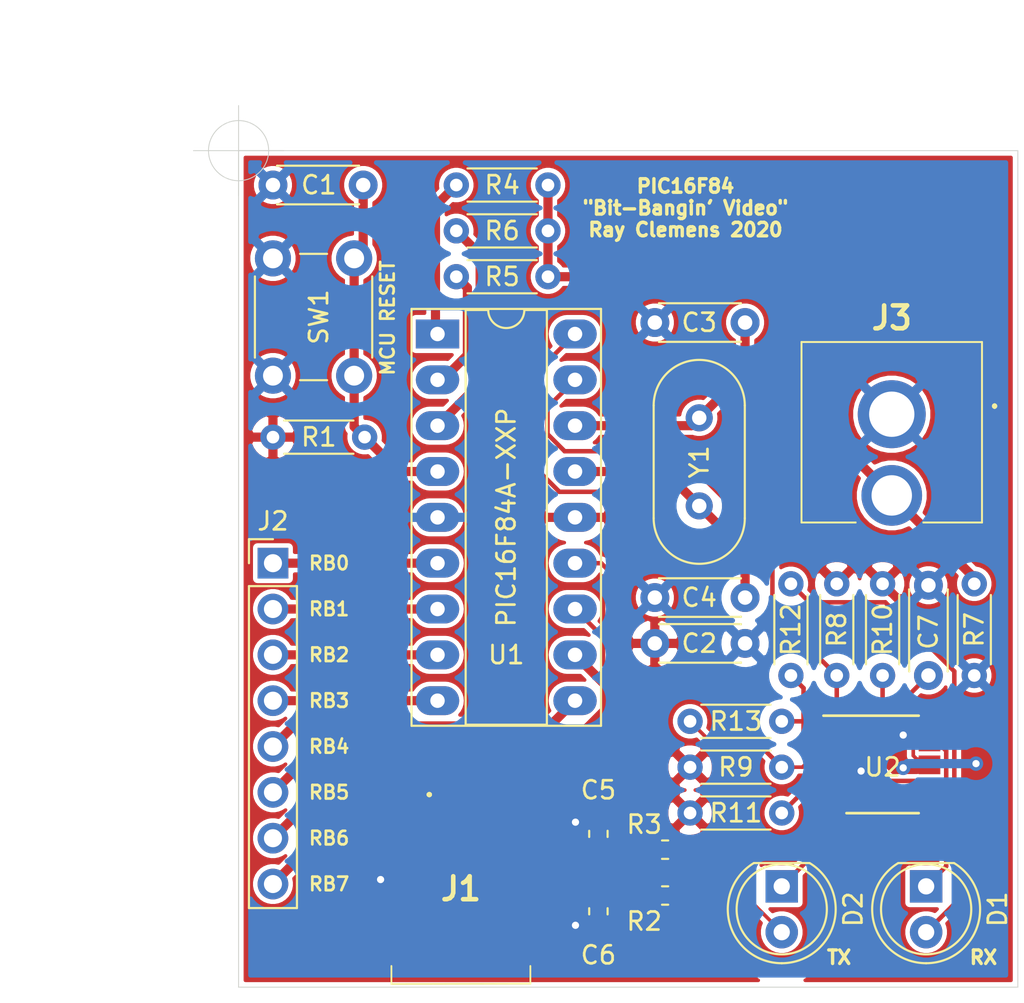
<source format=kicad_pcb>
(kicad_pcb (version 20171130) (host pcbnew "(5.1.6)-1")
  (layers (0 F.Cu signal) (31 B.Cu signal) (34 B.Paste user) (35 F.Paste user) (36 B.SilkS user) (37 F.SilkS user) (38 B.Mask user) (39 F.Mask user) (44 Edge.Cuts user))
  (net 0 "")
  (net 1 GND)
  (net 2 "Net-(C1-Pad1)")
  (net 3 +5V)
  (net 4 "Net-(C3-Pad1)")
  (net 5 "Net-(C4-Pad1)")
  (net 6 "Net-(C7-Pad1)")
  (net 7 "Net-(D1-Pad2)")
  (net 8 "Net-(D1-Pad1)")
  (net 9 "Net-(D2-Pad2)")
  (net 10 "Net-(D2-Pad1)")
  (net 11 "Net-(J1-Pad4)")
  (net 12 "Net-(J2-Pad8)")
  (net 13 "Net-(J2-Pad7)")
  (net 14 "Net-(J2-Pad6)")
  (net 15 "Net-(J2-Pad5)")
  (net 16 "Net-(J2-Pad4)")
  (net 17 "Net-(J2-Pad3)")
  (net 18 "Net-(J2-Pad2)")
  (net 19 "Net-(J2-Pad1)")
  (net 20 "Net-(J3-Pad2)")
  (net 21 "Net-(R4-Pad2)")
  (net 22 "Net-(R5-Pad2)")
  (net 23 "Net-(R6-Pad2)")
  (net 24 /TX)
  (net 25 /RX)
  (net 26 "Net-(R10-Pad1)")
  (net 27 "Net-(R11-Pad1)")
  (net 28 "Net-(U2-Pad16)")
  (net 29 "Net-(U2-Pad15)")
  (net 30 /D_P)
  (net 31 /D_N)
  (net 32 /DR_N)
  (net 33 /DR_P)
  (module SamacSys_Parts:10033526N3222MLF (layer F.Cu) (at 118.364 113.665)
    (fp_text reference J1 (at 0 -2.275) (layer F.SilkS) (effects (font (size 1.27 1.27) (thickness 0.254))))
    (fp_text value 10033526-N3222MLF hide)
    (fp_line (start -1.8 -7.5) (end -1.8 -7.5) (layer F.SilkS) (width 0.2))
    (fp_line (start -1.7 -7.5) (end -1.7 -7.5) (layer F.SilkS) (width 0.2))
    (fp_line (start -1.8 -7.5) (end -1.8 -7.5) (layer F.SilkS) (width 0.2))
    (fp_line (start 3.85 2.98) (end 3.85 2) (layer F.SilkS) (width 0.1))
    (fp_line (start -3.85 3) (end 3.85 2.98) (layer F.SilkS) (width 0.1))
    (fp_line (start -3.85 2) (end -3.85 3) (layer F.SilkS) (width 0.1))
    (fp_arc (start -1.75 -7.5) (end -1.8 -7.5) (angle -180) (layer F.SilkS) (width 0.2))
    (fp_arc (start -1.75 -7.5) (end -1.7 -7.5) (angle -180) (layer F.SilkS) (width 0.2))
    (fp_arc (start -1.75 -7.5) (end -1.8 -7.5) (angle -180) (layer F.SilkS) (width 0.2))
    (pad MP4 smd rect (at 4.45 -5.42) (size 2 2.5) (layers F.Cu F.Paste F.Mask) (net 1 GND))
    (pad MP3 smd rect (at 4.45 0) (size 2 2.5) (layers F.Cu F.Paste F.Mask) (net 1 GND))
    (pad MP2 smd rect (at -4.45 0) (size 2 2.5) (layers F.Cu F.Paste F.Mask) (net 1 GND))
    (pad MP1 smd rect (at -4.45 -5.42) (size 2 2.5) (layers F.Cu F.Paste F.Mask) (net 1 GND))
    (pad 5 smd rect (at 1.6 -5.545) (size 0.5 2.25) (layers F.Cu F.Paste F.Mask) (net 1 GND))
    (pad 4 smd rect (at 0.8 -5.545) (size 0.5 2.25) (layers F.Cu F.Paste F.Mask) (net 11 "Net-(J1-Pad4)"))
    (pad 3 smd rect (at 0 -5.545) (size 0.5 2.25) (layers F.Cu F.Paste F.Mask) (net 30 /D_P))
    (pad 2 smd rect (at -0.8 -5.545) (size 0.5 2.25) (layers F.Cu F.Paste F.Mask) (net 31 /D_N))
    (pad 1 smd rect (at -1.6 -5.545) (size 0.5 2.25) (layers F.Cu F.Paste F.Mask) (net 3 +5V))
  )
  (module Button_Switch_THT:SW_PUSH_6mm (layer F.Cu) (at 107.95 82.954 90)
    (fp_text reference SW1 (at 3.25 2.54 90) (layer F.SilkS))
    (fp_text value SW_Push)
    (fp_line (start 6.75 3) (end 6.75 1.5) (layer F.SilkS) (width 0.12))
    (fp_line (start 5.5 -1) (end 1 -1) (layer F.SilkS) (width 0.12))
    (fp_line (start -0.25 1.5) (end -0.25 3) (layer F.SilkS) (width 0.12))
    (fp_line (start 1 5.5) (end 5.5 5.5) (layer F.SilkS) (width 0.12))
    (pad 1 thru_hole circle (at 6.5 0 180) (size 2 2) (drill 1.1) (layers *.Cu *.Mask) (net 1 GND))
    (pad 2 thru_hole circle (at 6.5 4.5 180) (size 2 2) (drill 1.1) (layers *.Cu *.Mask) (net 2 "Net-(C1-Pad1)"))
    (pad 1 thru_hole circle (at 0 0 180) (size 2 2) (drill 1.1) (layers *.Cu *.Mask) (net 1 GND))
    (pad 2 thru_hole circle (at 0 4.5 180) (size 2 2) (drill 1.1) (layers *.Cu *.Mask) (net 2 "Net-(C1-Pad1)"))
  )
  (module Crystal:Crystal_HC49-U_Vertical (layer F.Cu) (at 131.572 85.29 270)
    (fp_text reference Y1 (at 2.44 0 90) (layer F.SilkS))
    (fp_text value Crystal)
    (fp_line (start -0.685 2.525) (end 5.565 2.525) (layer F.SilkS) (width 0.12))
    (fp_line (start -0.685 -2.525) (end 5.565 -2.525) (layer F.SilkS) (width 0.12))
    (fp_arc (start 5.565 0) (end 5.565 -2.525) (angle 180) (layer F.SilkS) (width 0.12))
    (fp_arc (start -0.685 0) (end -0.685 -2.525) (angle -180) (layer F.SilkS) (width 0.12))
    (pad 2 thru_hole circle (at 4.88 0 270) (size 1.5 1.5) (drill 0.8) (layers *.Cu *.Mask) (net 5 "Net-(C4-Pad1)"))
    (pad 1 thru_hole circle (at 0 0 270) (size 1.5 1.5) (drill 0.8) (layers *.Cu *.Mask) (net 4 "Net-(C3-Pad1)"))
  )
  (module Package_SO:SSOP-16_3.9x4.9mm_P0.635mm (layer F.Cu) (at 141.732 104.521)
    (fp_text reference U2 (at 0 0.127) (layer F.SilkS))
    (fp_text value FT230XS)
    (fp_line (start -3.275 -2.725) (end 2 -2.725) (layer F.SilkS) (width 0.15))
    (fp_line (start -2 2.675) (end 2 2.675) (layer F.SilkS) (width 0.15))
    (pad 16 smd rect (at 2.6 -2.2225) (size 1.2 0.4) (layers F.Cu F.Paste F.Mask) (net 28 "Net-(U2-Pad16)"))
    (pad 15 smd rect (at 2.6 -1.5875) (size 1.2 0.4) (layers F.Cu F.Paste F.Mask) (net 29 "Net-(U2-Pad15)"))
    (pad 14 smd rect (at 2.6 -0.9525) (size 1.2 0.4) (layers F.Cu F.Paste F.Mask) (net 8 "Net-(D1-Pad1)"))
    (pad 13 smd rect (at 2.6 -0.3175) (size 1.2 0.4) (layers F.Cu F.Paste F.Mask) (net 1 GND))
    (pad 12 smd rect (at 2.6 0.3175) (size 1.2 0.4) (layers F.Cu F.Paste F.Mask) (net 3 +5V))
    (pad 11 smd rect (at 2.6 0.9525) (size 1.2 0.4) (layers F.Cu F.Paste F.Mask) (net 6 "Net-(C7-Pad1)"))
    (pad 10 smd rect (at 2.6 1.5875) (size 1.2 0.4) (layers F.Cu F.Paste F.Mask) (net 6 "Net-(C7-Pad1)"))
    (pad 9 smd rect (at 2.6 2.2225) (size 1.2 0.4) (layers F.Cu F.Paste F.Mask) (net 32 /DR_N))
    (pad 8 smd rect (at -2.6 2.2225) (size 1.2 0.4) (layers F.Cu F.Paste F.Mask) (net 33 /DR_P))
    (pad 7 smd rect (at -2.6 1.5875) (size 1.2 0.4) (layers F.Cu F.Paste F.Mask) (net 10 "Net-(D2-Pad1)"))
    (pad 6 smd rect (at -2.6 0.9525) (size 1.2 0.4) (layers F.Cu F.Paste F.Mask) (net 27 "Net-(R11-Pad1)"))
    (pad 5 smd rect (at -2.6 0.3175) (size 1.2 0.4) (layers F.Cu F.Paste F.Mask) (net 1 GND))
    (pad 4 smd rect (at -2.6 -0.3175) (size 1.2 0.4) (layers F.Cu F.Paste F.Mask) (net 25 /RX))
    (pad 3 smd rect (at -2.6 -0.9525) (size 1.2 0.4) (layers F.Cu F.Paste F.Mask) (net 6 "Net-(C7-Pad1)"))
    (pad 2 smd rect (at -2.6 -1.5875) (size 1.2 0.4) (layers F.Cu F.Paste F.Mask) (net 26 "Net-(R10-Pad1)"))
    (pad 1 smd rect (at -2.6 -2.2225) (size 1.2 0.4) (layers F.Cu F.Paste F.Mask) (net 24 /TX))
  )
  (module Package_DIP:DIP-18_W7.62mm_Socket_LongPads (layer F.Cu) (at 117.069 80.645)
    (fp_text reference U1 (at 3.81 17.78) (layer F.SilkS))
    (fp_text value PIC16F84A-XXP (at 3.81 10.16 90) (layer F.SilkS))
    (fp_line (start 9.06 -1.39) (end -1.44 -1.39) (layer F.SilkS) (width 0.12))
    (fp_line (start 9.06 21.71) (end 9.06 -1.39) (layer F.SilkS) (width 0.12))
    (fp_line (start -1.44 21.71) (end 9.06 21.71) (layer F.SilkS) (width 0.12))
    (fp_line (start -1.44 -1.39) (end -1.44 21.71) (layer F.SilkS) (width 0.12))
    (fp_line (start 6.06 -1.33) (end 4.81 -1.33) (layer F.SilkS) (width 0.12))
    (fp_line (start 6.06 21.65) (end 6.06 -1.33) (layer F.SilkS) (width 0.12))
    (fp_line (start 1.56 21.65) (end 6.06 21.65) (layer F.SilkS) (width 0.12))
    (fp_line (start 1.56 -1.33) (end 1.56 21.65) (layer F.SilkS) (width 0.12))
    (fp_line (start 2.81 -1.33) (end 1.56 -1.33) (layer F.SilkS) (width 0.12))
    (fp_arc (start 3.81 -1.33) (end 2.81 -1.33) (angle -180) (layer F.SilkS) (width 0.12))
    (pad 18 thru_hole oval (at 7.62 0) (size 2.4 1.6) (drill 0.8) (layers *.Cu *.Mask) (net 25 /RX))
    (pad 9 thru_hole oval (at 0 20.32) (size 2.4 1.6) (drill 0.8) (layers *.Cu *.Mask) (net 16 "Net-(J2-Pad4)"))
    (pad 17 thru_hole oval (at 7.62 2.54) (size 2.4 1.6) (drill 0.8) (layers *.Cu *.Mask) (net 24 /TX))
    (pad 8 thru_hole oval (at 0 17.78) (size 2.4 1.6) (drill 0.8) (layers *.Cu *.Mask) (net 17 "Net-(J2-Pad3)"))
    (pad 16 thru_hole oval (at 7.62 5.08) (size 2.4 1.6) (drill 0.8) (layers *.Cu *.Mask) (net 4 "Net-(C3-Pad1)"))
    (pad 7 thru_hole oval (at 0 15.24) (size 2.4 1.6) (drill 0.8) (layers *.Cu *.Mask) (net 18 "Net-(J2-Pad2)"))
    (pad 15 thru_hole oval (at 7.62 7.62) (size 2.4 1.6) (drill 0.8) (layers *.Cu *.Mask) (net 5 "Net-(C4-Pad1)"))
    (pad 6 thru_hole oval (at 0 12.7) (size 2.4 1.6) (drill 0.8) (layers *.Cu *.Mask) (net 19 "Net-(J2-Pad1)"))
    (pad 14 thru_hole oval (at 7.62 10.16) (size 2.4 1.6) (drill 0.8) (layers *.Cu *.Mask) (net 3 +5V))
    (pad 5 thru_hole oval (at 0 10.16) (size 2.4 1.6) (drill 0.8) (layers *.Cu *.Mask) (net 1 GND))
    (pad 13 thru_hole oval (at 7.62 12.7) (size 2.4 1.6) (drill 0.8) (layers *.Cu *.Mask) (net 12 "Net-(J2-Pad8)"))
    (pad 4 thru_hole oval (at 0 7.62) (size 2.4 1.6) (drill 0.8) (layers *.Cu *.Mask) (net 2 "Net-(C1-Pad1)"))
    (pad 12 thru_hole oval (at 7.62 15.24) (size 2.4 1.6) (drill 0.8) (layers *.Cu *.Mask) (net 13 "Net-(J2-Pad7)"))
    (pad 3 thru_hole oval (at 0 5.08) (size 2.4 1.6) (drill 0.8) (layers *.Cu *.Mask) (net 23 "Net-(R6-Pad2)"))
    (pad 11 thru_hole oval (at 7.62 17.78) (size 2.4 1.6) (drill 0.8) (layers *.Cu *.Mask) (net 14 "Net-(J2-Pad6)"))
    (pad 2 thru_hole oval (at 0 2.54) (size 2.4 1.6) (drill 0.8) (layers *.Cu *.Mask) (net 22 "Net-(R5-Pad2)"))
    (pad 10 thru_hole oval (at 7.62 20.32) (size 2.4 1.6) (drill 0.8) (layers *.Cu *.Mask) (net 15 "Net-(J2-Pad5)"))
    (pad 1 thru_hole rect (at 0 0) (size 2.4 1.6) (drill 0.8) (layers *.Cu *.Mask) (net 21 "Net-(R4-Pad2)"))
  )
  (module Resistor_THT:R_Axial_DIN0204_L3.6mm_D1.6mm_P5.08mm_Horizontal (layer F.Cu) (at 136.144 102.108 180)
    (fp_text reference R13 (at 2.54 0) (layer F.SilkS))
    (fp_text value 270)
    (fp_line (start 0.62 0.92) (end 4.46 0.92) (layer F.SilkS) (width 0.12))
    (fp_line (start 0.62 -0.92) (end 4.46 -0.92) (layer F.SilkS) (width 0.12))
    (pad 2 thru_hole oval (at 5.08 0 180) (size 1.4 1.4) (drill 0.7) (layers *.Cu *.Mask) (net 9 "Net-(D2-Pad2)"))
    (pad 1 thru_hole circle (at 0 0 180) (size 1.4 1.4) (drill 0.7) (layers *.Cu *.Mask) (net 6 "Net-(C7-Pad1)"))
  )
  (module Resistor_THT:R_Axial_DIN0204_L3.6mm_D1.6mm_P5.08mm_Horizontal (layer F.Cu) (at 136.652 99.568 90)
    (fp_text reference R12 (at 2.54 0 90) (layer F.SilkS))
    (fp_text value 270)
    (fp_line (start 0.62 0.92) (end 4.46 0.92) (layer F.SilkS) (width 0.12))
    (fp_line (start 0.62 -0.92) (end 4.46 -0.92) (layer F.SilkS) (width 0.12))
    (pad 2 thru_hole oval (at 5.08 0 90) (size 1.4 1.4) (drill 0.7) (layers *.Cu *.Mask) (net 7 "Net-(D1-Pad2)"))
    (pad 1 thru_hole circle (at 0 0 90) (size 1.4 1.4) (drill 0.7) (layers *.Cu *.Mask) (net 6 "Net-(C7-Pad1)"))
  )
  (module Resistor_THT:R_Axial_DIN0204_L3.6mm_D1.6mm_P5.08mm_Horizontal (layer F.Cu) (at 136.144 107.188 180)
    (fp_text reference R11 (at 2.54 0) (layer F.SilkS))
    (fp_text value 10k)
    (fp_line (start 0.62 0.92) (end 4.46 0.92) (layer F.SilkS) (width 0.12))
    (fp_line (start 0.62 -0.92) (end 4.46 -0.92) (layer F.SilkS) (width 0.12))
    (pad 2 thru_hole oval (at 5.08 0 225) (size 1.4 1.4) (drill 0.7) (layers *.Cu *.Mask) (net 3 +5V))
    (pad 1 thru_hole circle (at 0 0 180) (size 1.4 1.4) (drill 0.7) (layers *.Cu *.Mask) (net 27 "Net-(R11-Pad1)"))
  )
  (module Resistor_THT:R_Axial_DIN0204_L3.6mm_D1.6mm_P5.08mm_Horizontal (layer F.Cu) (at 141.732 99.568 90)
    (fp_text reference R10 (at 2.54 0 90) (layer F.SilkS))
    (fp_text value 10k)
    (fp_line (start 0.62 0.92) (end 4.46 0.92) (layer F.SilkS) (width 0.12))
    (fp_line (start 0.62 -0.92) (end 4.46 -0.92) (layer F.SilkS) (width 0.12))
    (pad 2 thru_hole oval (at 5.08 0 135) (size 1.4 1.4) (drill 0.7) (layers *.Cu *.Mask) (net 3 +5V))
    (pad 1 thru_hole circle (at 0 0 90) (size 1.4 1.4) (drill 0.7) (layers *.Cu *.Mask) (net 26 "Net-(R10-Pad1)"))
  )
  (module Resistor_THT:R_Axial_DIN0204_L3.6mm_D1.6mm_P5.08mm_Horizontal (layer F.Cu) (at 136.144 104.648 180)
    (fp_text reference R9 (at 2.54 0) (layer F.SilkS))
    (fp_text value 10k)
    (fp_line (start 0.62 0.92) (end 4.46 0.92) (layer F.SilkS) (width 0.12))
    (fp_line (start 0.62 -0.92) (end 4.46 -0.92) (layer F.SilkS) (width 0.12))
    (pad 2 thru_hole oval (at 5.08 0 225) (size 1.4 1.4) (drill 0.7) (layers *.Cu *.Mask) (net 3 +5V))
    (pad 1 thru_hole circle (at 0 0 180) (size 1.4 1.4) (drill 0.7) (layers *.Cu *.Mask) (net 25 /RX))
  )
  (module Resistor_THT:R_Axial_DIN0204_L3.6mm_D1.6mm_P5.08mm_Horizontal (layer F.Cu) (at 139.192 99.568 90)
    (fp_text reference R8 (at 2.54 0 90) (layer F.SilkS))
    (fp_text value 10k)
    (fp_line (start 0.62 0.92) (end 4.46 0.92) (layer F.SilkS) (width 0.12))
    (fp_line (start 0.62 -0.92) (end 4.46 -0.92) (layer F.SilkS) (width 0.12))
    (pad 2 thru_hole oval (at 5.08 0 135) (size 1.4 1.4) (drill 0.7) (layers *.Cu *.Mask) (net 3 +5V))
    (pad 1 thru_hole circle (at 0 0 90) (size 1.4 1.4) (drill 0.7) (layers *.Cu *.Mask) (net 24 /TX))
  )
  (module Resistor_THT:R_Axial_DIN0204_L3.6mm_D1.6mm_P5.08mm_Horizontal (layer F.Cu) (at 146.812 99.568 90)
    (fp_text reference R7 (at 2.54 0 90) (layer F.SilkS))
    (fp_text value R)
    (fp_line (start 0.62 0.92) (end 4.46 0.92) (layer F.SilkS) (width 0.12))
    (fp_line (start 0.62 -0.92) (end 4.46 -0.92) (layer F.SilkS) (width 0.12))
    (pad 2 thru_hole oval (at 5.08 0 90) (size 1.4 1.4) (drill 0.7) (layers *.Cu *.Mask) (net 20 "Net-(J3-Pad2)"))
    (pad 1 thru_hole circle (at 0 0 90) (size 1.4 1.4) (drill 0.7) (layers *.Cu *.Mask) (net 1 GND))
  )
  (module Resistor_THT:R_Axial_DIN0204_L3.6mm_D1.6mm_P5.08mm_Horizontal (layer F.Cu) (at 123.19 74.93 180)
    (fp_text reference R6 (at 2.54 0) (layer F.SilkS))
    (fp_text value R)
    (fp_line (start 0.62 0.92) (end 4.46 0.92) (layer F.SilkS) (width 0.12))
    (fp_line (start 0.62 -0.92) (end 4.46 -0.92) (layer F.SilkS) (width 0.12))
    (pad 2 thru_hole oval (at 5.08 0 180) (size 1.4 1.4) (drill 0.7) (layers *.Cu *.Mask) (net 23 "Net-(R6-Pad2)"))
    (pad 1 thru_hole circle (at 0 0 180) (size 1.4 1.4) (drill 0.7) (layers *.Cu *.Mask) (net 20 "Net-(J3-Pad2)"))
  )
  (module Resistor_THT:R_Axial_DIN0204_L3.6mm_D1.6mm_P5.08mm_Horizontal (layer F.Cu) (at 123.19 77.47 180)
    (fp_text reference R5 (at 2.54 0) (layer F.SilkS))
    (fp_text value R)
    (fp_line (start 0.62 0.92) (end 4.46 0.92) (layer F.SilkS) (width 0.12))
    (fp_line (start 0.62 -0.92) (end 4.46 -0.92) (layer F.SilkS) (width 0.12))
    (pad 2 thru_hole oval (at 5.08 0 180) (size 1.4 1.4) (drill 0.7) (layers *.Cu *.Mask) (net 22 "Net-(R5-Pad2)"))
    (pad 1 thru_hole circle (at 0 0 180) (size 1.4 1.4) (drill 0.7) (layers *.Cu *.Mask) (net 20 "Net-(J3-Pad2)"))
  )
  (module Resistor_THT:R_Axial_DIN0204_L3.6mm_D1.6mm_P5.08mm_Horizontal (layer F.Cu) (at 123.19 72.39 180)
    (fp_text reference R4 (at 2.54 0) (layer F.SilkS))
    (fp_text value R)
    (fp_line (start 0.62 0.92) (end 4.46 0.92) (layer F.SilkS) (width 0.12))
    (fp_line (start 0.62 -0.92) (end 4.46 -0.92) (layer F.SilkS) (width 0.12))
    (pad 2 thru_hole oval (at 5.08 0 180) (size 1.4 1.4) (drill 0.7) (layers *.Cu *.Mask) (net 21 "Net-(R4-Pad2)"))
    (pad 1 thru_hole circle (at 0 0 180) (size 1.4 1.4) (drill 0.7) (layers *.Cu *.Mask) (net 20 "Net-(J3-Pad2)"))
  )
  (module Resistor_SMD:R_0603_1608Metric_Pad1.05x0.95mm_HandSolder (layer F.Cu) (at 129.681 109.22 180)
    (fp_text reference R3 (at 1.157 1.397) (layer F.SilkS))
    (fp_text value 27)
    (fp_line (start -0.171267 0.51) (end 0.171267 0.51) (layer F.SilkS) (width 0.12))
    (fp_line (start -0.171267 -0.51) (end 0.171267 -0.51) (layer F.SilkS) (width 0.12))
    (pad 2 smd roundrect (at 0.875 0 180) (size 1.05 0.95) (layers F.Cu F.Paste F.Mask) (net 30 /D_P))
    (pad 1 smd roundrect (at -0.875 0 180) (size 1.05 0.95) (layers F.Cu F.Paste F.Mask) (net 33 /DR_P))
  )
  (module Resistor_SMD:R_0603_1608Metric_Pad1.05x0.95mm_HandSolder (layer F.Cu) (at 129.681 111.76 180)
    (fp_text reference R2 (at 1.157 -1.43) (layer F.SilkS))
    (fp_text value 27)
    (fp_line (start -0.171267 0.51) (end 0.171267 0.51) (layer F.SilkS) (width 0.12))
    (fp_line (start -0.171267 -0.51) (end 0.171267 -0.51) (layer F.SilkS) (width 0.12))
    (pad 2 smd roundrect (at 0.875 0 180) (size 1.05 0.95) (layers F.Cu F.Paste F.Mask) (net 31 /D_N))
    (pad 1 smd roundrect (at -0.875 0 180) (size 1.05 0.95) (layers F.Cu F.Paste F.Mask) (net 32 /DR_N))
  )
  (module Resistor_THT:R_Axial_DIN0204_L3.6mm_D1.6mm_P5.08mm_Horizontal (layer F.Cu) (at 113.03 86.36 180)
    (fp_text reference R1 (at 2.54 0) (layer F.SilkS))
    (fp_text value 10k)
    (fp_line (start 0.62 0.92) (end 4.46 0.92) (layer F.SilkS) (width 0.12))
    (fp_line (start 0.62 -0.92) (end 4.46 -0.92) (layer F.SilkS) (width 0.12))
    (pad 2 thru_hole oval (at 5.08 0 180) (size 1.4 1.4) (drill 0.7) (layers *.Cu *.Mask) (net 3 +5V))
    (pad 1 thru_hole circle (at 0 0 180) (size 1.4 1.4) (drill 0.7) (layers *.Cu *.Mask) (net 2 "Net-(C1-Pad1)"))
  )
  (module SamacSys_Parts:KLPX0848A2Y (layer F.Cu) (at 142.24 85.09 270)
    (fp_text reference J3 (at -5.334 0 180) (layer F.SilkS) (effects (font (size 1.27 1.27) (thickness 0.254))))
    (fp_text value KLPX-0848A-2-Y hide)
    (fp_line (start -0.5 -5.7) (end -0.5 -5.7) (layer F.SilkS) (width 0.2))
    (fp_line (start -0.4 -5.7) (end -0.4 -5.7) (layer F.SilkS) (width 0.2))
    (fp_line (start -0.5 -5.7) (end -0.5 -5.7) (layer F.SilkS) (width 0.2))
    (fp_line (start 6 2) (end 6 5) (layer F.SilkS) (width 0.1))
    (fp_line (start 6 2) (end 6 2) (layer F.SilkS) (width 0.1))
    (fp_line (start 6 5) (end 6 2) (layer F.SilkS) (width 0.1))
    (fp_line (start 6 5) (end 6 5) (layer F.SilkS) (width 0.1))
    (fp_line (start -4 5) (end -4 -5) (layer F.SilkS) (width 0.1))
    (fp_line (start -4 5) (end -4 5) (layer F.SilkS) (width 0.1))
    (fp_line (start -4 -5) (end -4 5) (layer F.SilkS) (width 0.1))
    (fp_line (start -4 -5) (end -4 -5) (layer F.SilkS) (width 0.1))
    (fp_line (start 6 -5) (end 6 -1.75) (layer F.SilkS) (width 0.1))
    (fp_line (start 6 -5) (end 6 -5) (layer F.SilkS) (width 0.1))
    (fp_line (start 6 -1.75) (end 6 -5) (layer F.SilkS) (width 0.1))
    (fp_line (start 6 -1.75) (end 6 -1.75) (layer F.SilkS) (width 0.1))
    (fp_line (start -4 5) (end -4 5) (layer F.SilkS) (width 0.1))
    (fp_line (start 6 5) (end -4 5) (layer F.SilkS) (width 0.1))
    (fp_line (start 6 5) (end 6 5) (layer F.SilkS) (width 0.1))
    (fp_line (start -4 5) (end 6 5) (layer F.SilkS) (width 0.1))
    (fp_line (start 6 -5) (end 6 -5) (layer F.SilkS) (width 0.1))
    (fp_line (start -4 -5) (end 6 -5) (layer F.SilkS) (width 0.1))
    (fp_line (start -4 -5) (end -4 -5) (layer F.SilkS) (width 0.1))
    (fp_line (start 6 -5) (end -4 -5) (layer F.SilkS) (width 0.1))
    (fp_arc (start -0.45 -5.7) (end -0.5 -5.7) (angle -180) (layer F.SilkS) (width 0.2))
    (fp_arc (start -0.45 -5.7) (end -0.4 -5.7) (angle -180) (layer F.SilkS) (width 0.2))
    (fp_arc (start -0.45 -5.7) (end -0.5 -5.7) (angle -180) (layer F.SilkS) (width 0.2))
    (pad 2 thru_hole circle (at 4.5 0 270) (size 3.36 3.36) (drill 2.24) (layers *.Cu *.Mask) (net 20 "Net-(J3-Pad2)"))
    (pad 1 thru_hole circle (at 0 0 270) (size 3.765 3.765) (drill 2.51) (layers *.Cu *.Mask) (net 1 GND))
  )
  (module Connector_PinHeader_2.54mm:PinHeader_1x08_P2.54mm_Vertical (layer F.Cu) (at 107.95 93.345)
    (fp_text reference J2 (at 0 -2.33) (layer F.SilkS))
    (fp_text value Conn_01x08_Male)
    (fp_line (start -1.33 -1.33) (end 0 -1.33) (layer F.SilkS) (width 0.12))
    (fp_line (start -1.33 0) (end -1.33 -1.33) (layer F.SilkS) (width 0.12))
    (fp_line (start -1.33 1.27) (end 1.33 1.27) (layer F.SilkS) (width 0.12))
    (fp_line (start 1.33 1.27) (end 1.33 19.11) (layer F.SilkS) (width 0.12))
    (fp_line (start -1.33 1.27) (end -1.33 19.11) (layer F.SilkS) (width 0.12))
    (fp_line (start -1.33 19.11) (end 1.33 19.11) (layer F.SilkS) (width 0.12))
    (pad 8 thru_hole oval (at 0 17.78) (size 1.7 1.7) (drill 1) (layers *.Cu *.Mask) (net 12 "Net-(J2-Pad8)"))
    (pad 7 thru_hole oval (at 0 15.24) (size 1.7 1.7) (drill 1) (layers *.Cu *.Mask) (net 13 "Net-(J2-Pad7)"))
    (pad 6 thru_hole oval (at 0 12.7) (size 1.7 1.7) (drill 1) (layers *.Cu *.Mask) (net 14 "Net-(J2-Pad6)"))
    (pad 5 thru_hole oval (at 0 10.16) (size 1.7 1.7) (drill 1) (layers *.Cu *.Mask) (net 15 "Net-(J2-Pad5)"))
    (pad 4 thru_hole oval (at 0 7.62) (size 1.7 1.7) (drill 1) (layers *.Cu *.Mask) (net 16 "Net-(J2-Pad4)"))
    (pad 3 thru_hole oval (at 0 5.08) (size 1.7 1.7) (drill 1) (layers *.Cu *.Mask) (net 17 "Net-(J2-Pad3)"))
    (pad 2 thru_hole oval (at 0 2.54) (size 1.7 1.7) (drill 1) (layers *.Cu *.Mask) (net 18 "Net-(J2-Pad2)"))
    (pad 1 thru_hole rect (at 0 0) (size 1.7 1.7) (drill 1) (layers *.Cu *.Mask) (net 19 "Net-(J2-Pad1)"))
  )
  (module LED_THT:LED_D5.0mm (layer F.Cu) (at 136.144 111.252 270)
    (fp_text reference D2 (at 1.27 -3.96 90) (layer F.SilkS))
    (fp_text value LED)
    (fp_line (start -1.29 -1.545) (end -1.29 1.545) (layer F.SilkS) (width 0.12))
    (fp_circle (center 1.27 0) (end 3.77 0) (layer F.SilkS) (width 0.12))
    (fp_arc (start 1.27 0) (end -1.29 1.54483) (angle -148.9) (layer F.SilkS) (width 0.12))
    (fp_arc (start 1.27 0) (end -1.29 -1.54483) (angle 148.9) (layer F.SilkS) (width 0.12))
    (pad 2 thru_hole circle (at 2.54 0 270) (size 1.8 1.8) (drill 0.9) (layers *.Cu *.Mask) (net 9 "Net-(D2-Pad2)"))
    (pad 1 thru_hole rect (at 0 0 270) (size 1.8 1.8) (drill 0.9) (layers *.Cu *.Mask) (net 10 "Net-(D2-Pad1)"))
  )
  (module LED_THT:LED_D5.0mm (layer F.Cu) (at 144.145 111.252 270)
    (fp_text reference D1 (at 1.27 -3.96 90) (layer F.SilkS))
    (fp_text value LED)
    (fp_line (start -1.29 -1.545) (end -1.29 1.545) (layer F.SilkS) (width 0.12))
    (fp_circle (center 1.27 0) (end 3.77 0) (layer F.SilkS) (width 0.12))
    (fp_arc (start 1.27 0) (end -1.29 1.54483) (angle -148.9) (layer F.SilkS) (width 0.12))
    (fp_arc (start 1.27 0) (end -1.29 -1.54483) (angle 148.9) (layer F.SilkS) (width 0.12))
    (pad 2 thru_hole circle (at 2.54 0 270) (size 1.8 1.8) (drill 0.9) (layers *.Cu *.Mask) (net 7 "Net-(D1-Pad2)"))
    (pad 1 thru_hole rect (at 0 0 270) (size 1.8 1.8) (drill 0.9) (layers *.Cu *.Mask) (net 8 "Net-(D1-Pad1)"))
  )
  (module Capacitor_THT:C_Disc_D4.3mm_W1.9mm_P5.00mm (layer F.Cu) (at 144.272 99.568 90)
    (fp_text reference C7 (at 2.413 0 90) (layer F.SilkS))
    (fp_text value C)
    (fp_line (start 4.77 1.055) (end 4.77 1.07) (layer F.SilkS) (width 0.12))
    (fp_line (start 4.77 -1.07) (end 4.77 -1.055) (layer F.SilkS) (width 0.12))
    (fp_line (start 0.23 1.055) (end 0.23 1.07) (layer F.SilkS) (width 0.12))
    (fp_line (start 0.23 -1.07) (end 0.23 -1.055) (layer F.SilkS) (width 0.12))
    (fp_line (start 0.23 1.07) (end 4.77 1.07) (layer F.SilkS) (width 0.12))
    (fp_line (start 0.23 -1.07) (end 4.77 -1.07) (layer F.SilkS) (width 0.12))
    (pad 2 thru_hole circle (at 5 0 90) (size 1.6 1.6) (drill 0.8) (layers *.Cu *.Mask) (net 1 GND))
    (pad 1 thru_hole circle (at 0 0 90) (size 1.6 1.6) (drill 0.8) (layers *.Cu *.Mask) (net 6 "Net-(C7-Pad1)"))
  )
  (module Capacitor_SMD:C_0603_1608Metric_Pad1.05x0.95mm_HandSolder (layer F.Cu) (at 125.984 112.635 270)
    (fp_text reference C6 (at 2.427 0 180) (layer F.SilkS))
    (fp_text value 47pF)
    (fp_line (start -0.171267 0.51) (end 0.171267 0.51) (layer F.SilkS) (width 0.12))
    (fp_line (start -0.171267 -0.51) (end 0.171267 -0.51) (layer F.SilkS) (width 0.12))
    (pad 2 smd roundrect (at 0.875 0 270) (size 1.05 0.95) (layers F.Cu F.Paste F.Mask) (net 1 GND))
    (pad 1 smd roundrect (at -0.875 0 270) (size 1.05 0.95) (layers F.Cu F.Paste F.Mask) (net 31 /D_N))
  )
  (module Capacitor_SMD:C_0603_1608Metric_Pad1.05x0.95mm_HandSolder (layer F.Cu) (at 125.984 108.345 90)
    (fp_text reference C5 (at 2.427 0 180) (layer F.SilkS))
    (fp_text value 47pF)
    (fp_line (start -0.171267 0.51) (end 0.171267 0.51) (layer F.SilkS) (width 0.12))
    (fp_line (start -0.171267 -0.51) (end 0.171267 -0.51) (layer F.SilkS) (width 0.12))
    (pad 2 smd roundrect (at 0.875 0 90) (size 1.05 0.95) (layers F.Cu F.Paste F.Mask) (net 1 GND))
    (pad 1 smd roundrect (at -0.875 0 90) (size 1.05 0.95) (layers F.Cu F.Paste F.Mask) (net 30 /D_P))
  )
  (module Capacitor_THT:C_Disc_D4.3mm_W1.9mm_P5.00mm (layer F.Cu) (at 134.112 95.25 180)
    (fp_text reference C4 (at 2.54 0) (layer F.SilkS))
    (fp_text value C)
    (fp_line (start 4.77 1.055) (end 4.77 1.07) (layer F.SilkS) (width 0.12))
    (fp_line (start 4.77 -1.07) (end 4.77 -1.055) (layer F.SilkS) (width 0.12))
    (fp_line (start 0.23 1.055) (end 0.23 1.07) (layer F.SilkS) (width 0.12))
    (fp_line (start 0.23 -1.07) (end 0.23 -1.055) (layer F.SilkS) (width 0.12))
    (fp_line (start 0.23 1.07) (end 4.77 1.07) (layer F.SilkS) (width 0.12))
    (fp_line (start 0.23 -1.07) (end 4.77 -1.07) (layer F.SilkS) (width 0.12))
    (pad 2 thru_hole circle (at 5 0 180) (size 1.6 1.6) (drill 0.8) (layers *.Cu *.Mask) (net 1 GND))
    (pad 1 thru_hole circle (at 0 0 180) (size 1.6 1.6) (drill 0.8) (layers *.Cu *.Mask) (net 5 "Net-(C4-Pad1)"))
  )
  (module Capacitor_THT:C_Disc_D4.3mm_W1.9mm_P5.00mm (layer F.Cu) (at 134.112 80.01 180)
    (fp_text reference C3 (at 2.54 0) (layer F.SilkS))
    (fp_text value C)
    (fp_line (start 4.77 1.055) (end 4.77 1.07) (layer F.SilkS) (width 0.12))
    (fp_line (start 4.77 -1.07) (end 4.77 -1.055) (layer F.SilkS) (width 0.12))
    (fp_line (start 0.23 1.055) (end 0.23 1.07) (layer F.SilkS) (width 0.12))
    (fp_line (start 0.23 -1.07) (end 0.23 -1.055) (layer F.SilkS) (width 0.12))
    (fp_line (start 0.23 1.07) (end 4.77 1.07) (layer F.SilkS) (width 0.12))
    (fp_line (start 0.23 -1.07) (end 4.77 -1.07) (layer F.SilkS) (width 0.12))
    (pad 2 thru_hole circle (at 5 0 180) (size 1.6 1.6) (drill 0.8) (layers *.Cu *.Mask) (net 1 GND))
    (pad 1 thru_hole circle (at 0 0 180) (size 1.6 1.6) (drill 0.8) (layers *.Cu *.Mask) (net 4 "Net-(C3-Pad1)"))
  )
  (module Capacitor_THT:C_Disc_D4.3mm_W1.9mm_P5.00mm (layer F.Cu) (at 129.112 97.79)
    (fp_text reference C2 (at 2.46 0) (layer F.SilkS))
    (fp_text value C)
    (fp_line (start 4.77 1.055) (end 4.77 1.07) (layer F.SilkS) (width 0.12))
    (fp_line (start 4.77 -1.07) (end 4.77 -1.055) (layer F.SilkS) (width 0.12))
    (fp_line (start 0.23 1.055) (end 0.23 1.07) (layer F.SilkS) (width 0.12))
    (fp_line (start 0.23 -1.07) (end 0.23 -1.055) (layer F.SilkS) (width 0.12))
    (fp_line (start 0.23 1.07) (end 4.77 1.07) (layer F.SilkS) (width 0.12))
    (fp_line (start 0.23 -1.07) (end 4.77 -1.07) (layer F.SilkS) (width 0.12))
    (pad 2 thru_hole circle (at 5 0) (size 1.6 1.6) (drill 0.8) (layers *.Cu *.Mask) (net 1 GND))
    (pad 1 thru_hole circle (at 0 0 45) (size 1.6 1.6) (drill 0.8) (layers *.Cu *.Mask) (net 3 +5V))
  )
  (module Capacitor_THT:C_Disc_D4.3mm_W1.9mm_P5.00mm (layer F.Cu) (at 112.95 72.39 180)
    (fp_text reference C1 (at 2.46 0) (layer F.SilkS))
    (fp_text value C)
    (fp_line (start 4.77 1.055) (end 4.77 1.07) (layer F.SilkS) (width 0.12))
    (fp_line (start 4.77 -1.07) (end 4.77 -1.055) (layer F.SilkS) (width 0.12))
    (fp_line (start 0.23 1.055) (end 0.23 1.07) (layer F.SilkS) (width 0.12))
    (fp_line (start 0.23 -1.07) (end 0.23 -1.055) (layer F.SilkS) (width 0.12))
    (fp_line (start 0.23 1.07) (end 4.77 1.07) (layer F.SilkS) (width 0.12))
    (fp_line (start 0.23 -1.07) (end 4.77 -1.07) (layer F.SilkS) (width 0.12))
    (pad 2 thru_hole circle (at 5 0 180) (size 1.6 1.6) (drill 0.8) (layers *.Cu *.Mask) (net 1 GND))
    (pad 1 thru_hole circle (at 0 0 180) (size 1.6 1.6) (drill 0.8) (layers *.Cu *.Mask) (net 2 "Net-(C1-Pad1)"))
  )
  (gr_text TX (at 139.319 115.189) (layer F.SilkS) (effects (font (size 0.75 0.75) (thickness 0.1875))))
  (gr_text RX (at 147.32 115.189) (layer F.SilkS) (effects (font (size 0.75 0.75) (thickness 0.1875))))
  (gr_text RB7 (at 109.855 111.125) (layer F.SilkS) (effects (font (size 0.75 0.75)) (justify left)))
  (gr_text RB6 (at 109.855 108.585) (layer F.SilkS) (effects (font (size 0.75 0.75)) (justify left)))
  (gr_text RB5 (at 109.855 106.045) (layer F.SilkS) (effects (font (size 0.75 0.75)) (justify left)))
  (gr_text RB4 (at 109.855 103.505) (layer F.SilkS) (effects (font (size 0.75 0.75)) (justify left)))
  (gr_text RB3 (at 109.855 100.965) (layer F.SilkS) (effects (font (size 0.75 0.75)) (justify left)))
  (gr_text RB2 (at 109.855 98.425) (layer F.SilkS) (effects (font (size 0.75 0.75)) (justify left)))
  (gr_text RB1 (at 109.855 95.885) (layer F.SilkS) (effects (font (size 0.75 0.75)) (justify left)))
  (gr_text RB0 (at 109.855 93.345) (layer F.SilkS) (effects (font (size 0.75 0.75)) (justify left)))
  (gr_text "MCU RESET" (at 114.3 79.756 90) (layer F.SilkS) (effects (font (size 0.75 0.75))))
  (target plus (at 106.045 70.485) (size 5) (width 0.05) (layer Edge.Cuts))
  (gr_line (start 106.045 116.84) (end 106.045 70.485) (layer Edge.Cuts) (width 0.05))
  (gr_line (start 149.225 116.84) (end 106.045 116.84) (layer Edge.Cuts) (width 0.05))
  (gr_line (start 149.225 70.485) (end 149.225 116.84) (layer Edge.Cuts) (width 0.05))
  (gr_line (start 106.045 70.485) (end 149.225 70.485) (layer Edge.Cuts) (width 0.05))
  (gr_text "PIC16F84\n\"Bit-Bangin' Video\"\nRay Clemens 2020" (at 130.81 73.66) (layer F.SilkS) (effects (font (size 0.75 0.75) (thickness 0.1875))))
  (segment (start 125.984 113.51) (end 125.91028 113.51) (width 0.2) (layer F.Cu) (net 1))
  (segment (start 139.132 104.8385) (end 140.51618 104.8385) (width 0.2) (layer F.Cu) (net 1))
  (via (at 140.54116 104.86348) (size 0.8) (drill 0.4) (layers F.Cu B.Cu) (net 1))
  (segment (start 140.51618 104.8385) (end 140.54116 104.86348) (width 0.2) (layer F.Cu) (net 1))
  (via (at 142.875 102.87) (size 0.8) (drill 0.4) (layers F.Cu B.Cu) (net 1))
  (segment (start 143.431999 104.008501) (end 143.431999 103.426999) (width 0.2) (layer F.Cu) (net 1))
  (segment (start 143.626998 104.2035) (end 143.431999 104.008501) (width 0.2) (layer F.Cu) (net 1))
  (segment (start 144.332 104.2035) (end 143.626998 104.2035) (width 0.2) (layer F.Cu) (net 1))
  (segment (start 143.431999 103.426999) (end 142.875 102.87) (width 0.2) (layer F.Cu) (net 1))
  (segment (start 122.689 108.12) (end 122.814 108.245) (width 0.25) (layer F.Cu) (net 1))
  (segment (start 119.964 108.12) (end 122.689 108.12) (width 0.25) (layer F.Cu) (net 1))
  (via (at 124.714 107.696) (size 0.8) (drill 0.4) (layers F.Cu B.Cu) (net 1))
  (segment (start 125.984 107.47) (end 124.94 107.47) (width 0.25) (layer F.Cu) (net 1))
  (segment (start 124.94 107.47) (end 124.714 107.696) (width 0.25) (layer F.Cu) (net 1))
  (segment (start 124.165 108.245) (end 124.714 107.696) (width 0.25) (layer F.Cu) (net 1))
  (segment (start 122.814 108.245) (end 124.165 108.245) (width 0.25) (layer F.Cu) (net 1))
  (via (at 124.714 113.411) (size 0.8) (drill 0.4) (layers F.Cu B.Cu) (net 1))
  (segment (start 125.984 113.51) (end 124.813 113.51) (width 0.25) (layer F.Cu) (net 1))
  (segment (start 124.813 113.51) (end 124.714 113.411) (width 0.25) (layer F.Cu) (net 1))
  (segment (start 123.068 113.411) (end 122.814 113.665) (width 0.25) (layer F.Cu) (net 1))
  (segment (start 124.714 113.411) (end 123.068 113.411) (width 0.25) (layer F.Cu) (net 1))
  (segment (start 113.914 108.245) (end 113.914 110.876) (width 0.25) (layer F.Cu) (net 1))
  (segment (start 113.914 110.876) (end 113.914 113.665) (width 0.25) (layer F.Cu) (net 1))
  (via (at 113.914 110.876) (size 0.8) (drill 0.4) (layers F.Cu B.Cu) (net 1))
  (segment (start 112.95 75.954) (end 112.45 76.454) (width 0.508) (layer F.Cu) (net 2))
  (segment (start 112.95 72.39) (end 112.95 75.954) (width 0.508) (layer F.Cu) (net 2))
  (segment (start 112.45 76.454) (end 112.45 82.954) (width 0.508) (layer F.Cu) (net 2))
  (segment (start 114.935 88.265) (end 113.03 86.36) (width 0.508) (layer F.Cu) (net 2))
  (segment (start 117.069 88.265) (end 114.935 88.265) (width 0.508) (layer F.Cu) (net 2))
  (segment (start 112.45 85.78) (end 113.03 86.36) (width 0.508) (layer F.Cu) (net 2))
  (segment (start 112.45 82.954) (end 112.45 85.78) (width 0.508) (layer F.Cu) (net 2))
  (via (at 146.90852 104.45242) (size 0.8) (drill 0.4) (layers F.Cu B.Cu) (net 3))
  (segment (start 143.02851 104.8385) (end 142.875 104.68499) (width 0.2) (layer F.Cu) (net 3))
  (via (at 142.875 104.68499) (size 0.8) (drill 0.4) (layers F.Cu B.Cu) (net 3))
  (segment (start 143.10757 104.45242) (end 142.875 104.68499) (width 0.508) (layer B.Cu) (net 3))
  (segment (start 146.90852 104.45242) (end 143.10757 104.45242) (width 0.508) (layer B.Cu) (net 3))
  (segment (start 134.112 82.75) (end 131.572 85.29) (width 0.508) (layer F.Cu) (net 4))
  (segment (start 134.112 80.01) (end 134.112 82.75) (width 0.508) (layer F.Cu) (net 4))
  (segment (start 131.137 85.725) (end 131.572 85.29) (width 0.508) (layer F.Cu) (net 4))
  (segment (start 124.689 85.725) (end 131.137 85.725) (width 0.508) (layer F.Cu) (net 4))
  (segment (start 134.112 92.71) (end 131.572 90.17) (width 0.508) (layer F.Cu) (net 5))
  (segment (start 134.112 95.25) (end 134.112 92.71) (width 0.508) (layer F.Cu) (net 5))
  (segment (start 129.667 88.265) (end 131.572 90.17) (width 0.508) (layer F.Cu) (net 5))
  (segment (start 124.689 88.265) (end 129.667 88.265) (width 0.508) (layer F.Cu) (net 5))
  (segment (start 144.332 105.4735) (end 144.332 106.1085) (width 0.25) (layer F.Cu) (net 6))
  (segment (start 139.132 103.5685) (end 140.2715 103.5685) (width 0.25) (layer F.Cu) (net 6))
  (segment (start 138.282 103.5685) (end 139.132 103.5685) (width 0.25) (layer F.Cu) (net 6))
  (segment (start 137.351999 102.638499) (end 138.282 103.5685) (width 0.25) (layer F.Cu) (net 6))
  (segment (start 136.652 99.568) (end 137.351999 100.267999) (width 0.25) (layer F.Cu) (net 6))
  (segment (start 137.340798 102.108) (end 137.351999 102.119201) (width 0.25) (layer F.Cu) (net 6))
  (segment (start 136.144 102.108) (end 137.340798 102.108) (width 0.25) (layer F.Cu) (net 6))
  (segment (start 137.351999 100.267999) (end 137.351999 102.119201) (width 0.25) (layer F.Cu) (net 6))
  (segment (start 137.351999 102.119201) (end 137.351999 102.638499) (width 0.25) (layer F.Cu) (net 6))
  (segment (start 144.272 99.568) (end 140.2715 103.5685) (width 0.25) (layer F.Cu) (net 6))
  (segment (start 144.2685 105.41) (end 142.113 105.41) (width 0.25) (layer F.Cu) (net 6))
  (segment (start 144.332 105.4735) (end 144.2685 105.41) (width 0.25) (layer F.Cu) (net 6))
  (segment (start 142.113 105.41) (end 140.2715 103.5685) (width 0.25) (layer F.Cu) (net 6))
  (segment (start 141.882003 95.513001) (end 137.677001 95.513001) (width 0.25) (layer F.Cu) (net 7))
  (segment (start 145.707011 99.338009) (end 141.882003 95.513001) (width 0.25) (layer F.Cu) (net 7))
  (segment (start 145.707011 112.229988) (end 145.707011 99.338009) (width 0.25) (layer F.Cu) (net 7))
  (segment (start 137.677001 95.513001) (end 136.652 94.488) (width 0.25) (layer F.Cu) (net 7))
  (segment (start 144.145 113.792) (end 145.707011 112.229988) (width 0.25) (layer F.Cu) (net 7))
  (segment (start 145.082002 103.5685) (end 144.332 103.5685) (width 0.25) (layer F.Cu) (net 8))
  (segment (start 145.257001 103.743499) (end 145.082002 103.5685) (width 0.25) (layer F.Cu) (net 8))
  (segment (start 145.257001 110.139999) (end 144.145 111.252) (width 0.25) (layer F.Cu) (net 8))
  (segment (start 145.257001 109.250999) (end 145.257001 110.139999) (width 0.25) (layer F.Cu) (net 8))
  (segment (start 145.257001 109.377999) (end 145.257001 109.250999) (width 0.25) (layer F.Cu) (net 8))
  (segment (start 145.257001 109.250999) (end 145.257001 103.743499) (width 0.25) (layer F.Cu) (net 8))
  (segment (start 136.144 113.792) (end 134.5565 112.2045) (width 0.2) (layer F.Cu) (net 9))
  (segment (start 134.5565 105.6005) (end 131.064 102.108) (width 0.2) (layer F.Cu) (net 9))
  (segment (start 134.5565 112.2045) (end 134.5565 105.6005) (width 0.2) (layer F.Cu) (net 9))
  (segment (start 138.381998 106.1085) (end 139.132 106.1085) (width 0.25) (layer F.Cu) (net 10))
  (segment (start 138.206999 106.283499) (end 138.381998 106.1085) (width 0.25) (layer F.Cu) (net 10))
  (segment (start 138.206999 109.189001) (end 138.206999 106.283499) (width 0.25) (layer F.Cu) (net 10))
  (segment (start 136.144 111.252) (end 138.206999 109.189001) (width 0.25) (layer F.Cu) (net 10))
  (segment (start 126.139 93.345) (end 126.746 93.952) (width 0.25) (layer F.Cu) (net 12))
  (segment (start 124.689 93.345) (end 126.139 93.345) (width 0.25) (layer F.Cu) (net 12))
  (segment (start 126.746 93.952) (end 126.746 98.806) (width 0.25) (layer F.Cu) (net 12))
  (segment (start 126.746 98.806) (end 127.762 99.822) (width 0.25) (layer F.Cu) (net 12))
  (segment (start 127.762 99.822) (end 127.762 102.362) (width 0.25) (layer F.Cu) (net 12))
  (segment (start 110.49 108.585) (end 107.95 111.125) (width 0.508) (layer F.Cu) (net 12))
  (segment (start 110.49 106.172) (end 110.49 108.585) (width 0.508) (layer F.Cu) (net 12))
  (segment (start 127.762 102.362) (end 125.476 104.648) (width 0.508) (layer F.Cu) (net 12))
  (segment (start 112.014 104.648) (end 110.49 106.172) (width 0.508) (layer F.Cu) (net 12))
  (segment (start 125.476 104.648) (end 112.014 104.648) (width 0.508) (layer F.Cu) (net 12))
  (segment (start 107.95 108.585) (end 109.728 106.807) (width 0.508) (layer F.Cu) (net 13))
  (segment (start 109.728 106.807) (end 109.728 105.664) (width 0.508) (layer F.Cu) (net 13))
  (segment (start 109.728 105.664) (end 111.506 103.886) (width 0.508) (layer F.Cu) (net 13))
  (segment (start 111.506 103.886) (end 124.968 103.886) (width 0.508) (layer F.Cu) (net 13))
  (segment (start 127 101.828714) (end 127.05102 101.777694) (width 0.508) (layer F.Cu) (net 13))
  (segment (start 124.968 103.886) (end 127 101.854) (width 0.508) (layer F.Cu) (net 13))
  (segment (start 127 101.854) (end 127 101.828714) (width 0.508) (layer F.Cu) (net 13))
  (segment (start 126.238 97.434) (end 124.689 95.885) (width 0.25) (layer F.Cu) (net 13))
  (segment (start 127 101.854) (end 127 99.69641) (width 0.25) (layer F.Cu) (net 13))
  (segment (start 126.238 98.93441) (end 126.238 97.434) (width 0.25) (layer F.Cu) (net 13))
  (segment (start 127 99.69641) (end 126.238 98.93441) (width 0.25) (layer F.Cu) (net 13))
  (segment (start 107.95 106.045) (end 110.871 103.124) (width 0.508) (layer F.Cu) (net 14))
  (segment (start 126.34301 100.07901) (end 124.689 98.425) (width 0.508) (layer F.Cu) (net 14))
  (segment (start 124.703437 103.124) (end 126.34301 101.484427) (width 0.508) (layer F.Cu) (net 14))
  (segment (start 126.34301 101.484427) (end 126.34301 100.07901) (width 0.508) (layer F.Cu) (net 14))
  (segment (start 110.871 103.124) (end 124.703437 103.124) (width 0.508) (layer F.Cu) (net 14))
  (segment (start 107.95 103.505) (end 109.093 102.362) (width 0.508) (layer F.Cu) (net 15))
  (segment (start 123.292 102.362) (end 124.689 100.965) (width 0.508) (layer F.Cu) (net 15))
  (segment (start 109.093 102.362) (end 123.292 102.362) (width 0.508) (layer F.Cu) (net 15))
  (segment (start 107.95 100.965) (end 117.069 100.965) (width 0.508) (layer F.Cu) (net 16))
  (segment (start 117.069 98.425) (end 107.95 98.425) (width 0.508) (layer F.Cu) (net 17))
  (segment (start 107.95 95.885) (end 117.069 95.885) (width 0.508) (layer F.Cu) (net 18))
  (segment (start 117.069 93.345) (end 107.95 93.345) (width 0.508) (layer F.Cu) (net 19))
  (segment (start 123.19 72.39) (end 123.19 77.47) (width 0.508) (layer F.Cu) (net 20))
  (segment (start 146.812 94.162) (end 146.812 94.488) (width 0.508) (layer F.Cu) (net 20))
  (segment (start 142.24 89.59) (end 146.812 94.162) (width 0.508) (layer F.Cu) (net 20))
  (segment (start 138.974 80.6175) (end 138.974 86.324) (width 0.508) (layer F.Cu) (net 20))
  (segment (start 123.19 77.47) (end 135.8265 77.47) (width 0.508) (layer F.Cu) (net 20))
  (segment (start 135.8265 77.47) (end 138.974 80.6175) (width 0.508) (layer F.Cu) (net 20))
  (segment (start 138.974 86.324) (end 142.24 89.59) (width 0.508) (layer F.Cu) (net 20))
  (segment (start 116.955999 73.544001) (end 118.11 72.39) (width 0.508) (layer F.Cu) (net 21))
  (segment (start 116.955999 80.531999) (end 116.955999 73.544001) (width 0.508) (layer F.Cu) (net 21))
  (segment (start 117.069 80.645) (end 116.955999 80.531999) (width 0.508) (layer F.Cu) (net 21))
  (segment (start 117.346202 83.185) (end 118.723001 81.808201) (width 0.508) (layer F.Cu) (net 22))
  (segment (start 118.723001 78.083001) (end 118.11 77.47) (width 0.508) (layer F.Cu) (net 22))
  (segment (start 117.069 83.185) (end 117.346202 83.185) (width 0.508) (layer F.Cu) (net 22))
  (segment (start 118.723001 81.808201) (end 118.723001 78.083001) (width 0.508) (layer F.Cu) (net 22))
  (segment (start 119.431012 76.251012) (end 118.11 74.93) (width 0.508) (layer F.Cu) (net 23))
  (segment (start 119.431012 83.362987) (end 119.431012 76.251012) (width 0.508) (layer F.Cu) (net 23))
  (segment (start 117.069 85.725) (end 119.431012 83.362987) (width 0.508) (layer F.Cu) (net 23))
  (segment (start 139.192 102.2385) (end 139.132 102.2985) (width 0.25) (layer F.Cu) (net 24))
  (segment (start 139.192 99.568) (end 139.192 102.2385) (width 0.25) (layer F.Cu) (net 24))
  (segment (start 123.16399 86.190994) (end 124.112986 87.13999) (width 0.25) (layer F.Cu) (net 24))
  (segment (start 124.112986 87.13999) (end 130.31999 87.13999) (width 0.25) (layer F.Cu) (net 24))
  (segment (start 124.689 83.185) (end 123.16399 84.71001) (width 0.25) (layer F.Cu) (net 24))
  (segment (start 123.16399 84.71001) (end 123.16399 86.190994) (width 0.25) (layer F.Cu) (net 24))
  (segment (start 135.626999 96.002999) (end 139.192 99.568) (width 0.25) (layer F.Cu) (net 24))
  (segment (start 135.626999 92.446999) (end 135.626999 96.002999) (width 0.25) (layer F.Cu) (net 24))
  (segment (start 130.31999 87.13999) (end 135.626999 92.446999) (width 0.25) (layer F.Cu) (net 24))
  (segment (start 136.144 104.648) (end 137.287 104.648) (width 0.2) (layer F.Cu) (net 25))
  (segment (start 137.7315 104.2035) (end 139.132 104.2035) (width 0.2) (layer F.Cu) (net 25))
  (segment (start 137.287 104.648) (end 137.7315 104.2035) (width 0.2) (layer F.Cu) (net 25))
  (segment (start 123.823006 89.39001) (end 127.74401 89.39001) (width 0.25) (layer F.Cu) (net 25))
  (segment (start 122.713979 88.280983) (end 123.823006 89.39001) (width 0.25) (layer F.Cu) (net 25))
  (segment (start 124.689 80.645) (end 122.713979 82.620021) (width 0.25) (layer F.Cu) (net 25))
  (segment (start 122.713979 82.620021) (end 122.713979 88.280983) (width 0.25) (layer F.Cu) (net 25))
  (segment (start 127.74401 89.39001) (end 131.572 93.218) (width 0.25) (layer F.Cu) (net 25))
  (segment (start 131.572 100.076) (end 136.144 104.648) (width 0.25) (layer F.Cu) (net 25))
  (segment (start 131.572 93.218) (end 131.572 100.076) (width 0.25) (layer F.Cu) (net 25))
  (segment (start 141.732 101.083502) (end 139.882002 102.9335) (width 0.25) (layer F.Cu) (net 26))
  (segment (start 139.882002 102.9335) (end 139.132 102.9335) (width 0.25) (layer F.Cu) (net 26))
  (segment (start 141.732 99.568) (end 141.732 101.083502) (width 0.25) (layer F.Cu) (net 26))
  (segment (start 137.8585 105.4735) (end 139.132 105.4735) (width 0.25) (layer F.Cu) (net 27))
  (segment (start 136.144 107.188) (end 137.8585 105.4735) (width 0.25) (layer F.Cu) (net 27))
  (segment (start 125.984 109.22) (end 127.029 110.265) (width 0.2) (layer F.Cu) (net 30))
  (segment (start 127.029 110.265) (end 127.761 110.265) (width 0.2) (layer F.Cu) (net 30))
  (segment (start 127.761 110.265) (end 128.806 109.22) (width 0.2) (layer F.Cu) (net 30))
  (segment (start 118.5842 110.265) (end 124.939 110.265) (width 0.2) (layer F.Cu) (net 30))
  (segment (start 118.189 109.8698) (end 118.5842 110.265) (width 0.2) (layer F.Cu) (net 30))
  (segment (start 118.189 109.17) (end 118.189 109.8698) (width 0.2) (layer F.Cu) (net 30))
  (segment (start 118.364 108.12) (end 118.364 108.995) (width 0.2) (layer F.Cu) (net 30))
  (segment (start 118.364 108.995) (end 118.189 109.17) (width 0.2) (layer F.Cu) (net 30))
  (segment (start 124.939 110.265) (end 125.984 109.22) (width 0.2) (layer F.Cu) (net 30))
  (segment (start 117.813999 106.972999) (end 117.813999 108.088001) (width 0.2) (layer F.Cu) (net 31))
  (segment (start 125.984 111.76) (end 127.029 110.715) (width 0.2) (layer F.Cu) (net 31))
  (segment (start 127.761 110.715) (end 128.806 111.76) (width 0.2) (layer F.Cu) (net 31))
  (segment (start 127.029 110.715) (end 127.761 110.715) (width 0.2) (layer F.Cu) (net 31))
  (segment (start 124.939 110.715) (end 125.984 111.76) (width 0.2) (layer F.Cu) (net 31))
  (segment (start 118.3978 110.715) (end 124.939 110.715) (width 0.2) (layer F.Cu) (net 31))
  (segment (start 117.564 108.12) (end 117.564 108.995) (width 0.2) (layer F.Cu) (net 31))
  (segment (start 117.564 108.995) (end 117.739 109.17) (width 0.2) (layer F.Cu) (net 31))
  (segment (start 117.739 110.0562) (end 118.3978 110.715) (width 0.2) (layer F.Cu) (net 31))
  (segment (start 117.739 109.17) (end 117.739 110.0562) (width 0.2) (layer F.Cu) (net 31))
  (segment (start 141.957 110.018501) (end 144.332 107.643501) (width 0.2) (layer F.Cu) (net 32))
  (segment (start 141.957 111.3452) (end 141.957 110.018501) (width 0.2) (layer F.Cu) (net 32))
  (segment (start 137.2532 116.049) (end 141.957 111.3452) (width 0.2) (layer F.Cu) (net 32))
  (segment (start 132.459603 111.76) (end 132.871 112.171397) (width 0.2) (layer F.Cu) (net 32))
  (segment (start 135.0348 116.049) (end 137.2532 116.049) (width 0.2) (layer F.Cu) (net 32))
  (segment (start 144.332 107.643501) (end 144.332 106.7435) (width 0.2) (layer F.Cu) (net 32))
  (segment (start 130.556 111.76) (end 132.459603 111.76) (width 0.2) (layer F.Cu) (net 32))
  (segment (start 132.871 112.171397) (end 132.871 113.8852) (width 0.2) (layer F.Cu) (net 32))
  (segment (start 132.871 113.8852) (end 135.0348 116.049) (width 0.2) (layer F.Cu) (net 32))
  (segment (start 137.0668 115.599) (end 141.507 111.1588) (width 0.2) (layer F.Cu) (net 33))
  (segment (start 133.321 113.6988) (end 135.2212 115.599) (width 0.2) (layer F.Cu) (net 33))
  (segment (start 130.556 109.22) (end 133.321 111.985) (width 0.2) (layer F.Cu) (net 33))
  (segment (start 135.2212 115.599) (end 137.0668 115.599) (width 0.2) (layer F.Cu) (net 33))
  (segment (start 141.507 110.018501) (end 139.132 107.643501) (width 0.2) (layer F.Cu) (net 33))
  (segment (start 133.321 111.985) (end 133.321 113.6988) (width 0.2) (layer F.Cu) (net 33))
  (segment (start 139.132 107.643501) (end 139.132 106.7435) (width 0.2) (layer F.Cu) (net 33))
  (segment (start 141.507 111.1588) (end 141.507 110.018501) (width 0.2) (layer F.Cu) (net 33))
  (zone (net 1) (net_name GND) (layer B.Cu) (connect_pads (clearance 0.508)) (min_thickness 0.254) (fill yes (arc_segments 32) (thermal_gap 0.508) (thermal_bridge_width 0.508))
    (polygon (pts (xy 149.225 116.84) (xy 106.045 116.84) (xy 106.045 70.485) (xy 149.225 70.485)))
  )
  (zone (net 3) (net_name +5V) (layer F.Cu) (connect_pads (clearance 0.254)) (min_thickness 0.2) (fill yes (arc_segments 32) (thermal_gap 0.508) (thermal_bridge_width 0.508))
    (polygon (pts (xy 149.225 116.84) (xy 106.045 116.84) (xy 106.045 70.485) (xy 149.225 70.485)))
  )
)
</source>
